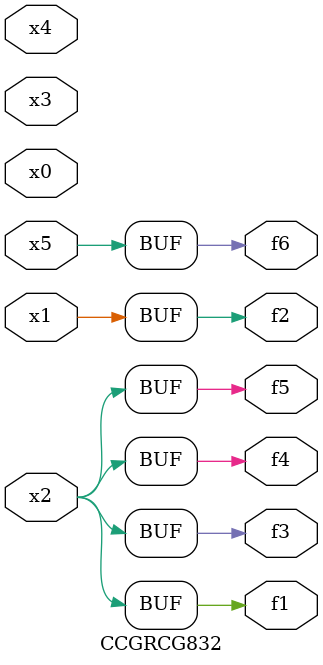
<source format=v>
module CCGRCG832(
	input x0, x1, x2, x3, x4, x5,
	output f1, f2, f3, f4, f5, f6
);
	assign f1 = x2;
	assign f2 = x1;
	assign f3 = x2;
	assign f4 = x2;
	assign f5 = x2;
	assign f6 = x5;
endmodule

</source>
